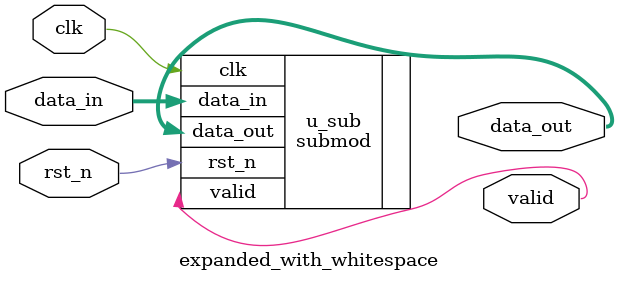
<source format=sv>
module expanded_with_whitespace (
    input  logic        clk,
    input  logic        rst_n,
    input  logic [7:0]  data_in,
    output logic [7:0]  data_out,
    output logic        valid
);

    submod u_sub (/*AUTOINST*/
        // Outputs
        .data_out (data_out),
        .valid    (valid),

        // Inputs
        .clk      (clk),
        .rst_n    (rst_n),
        .data_in  (data_in)
    );

endmodule

</source>
